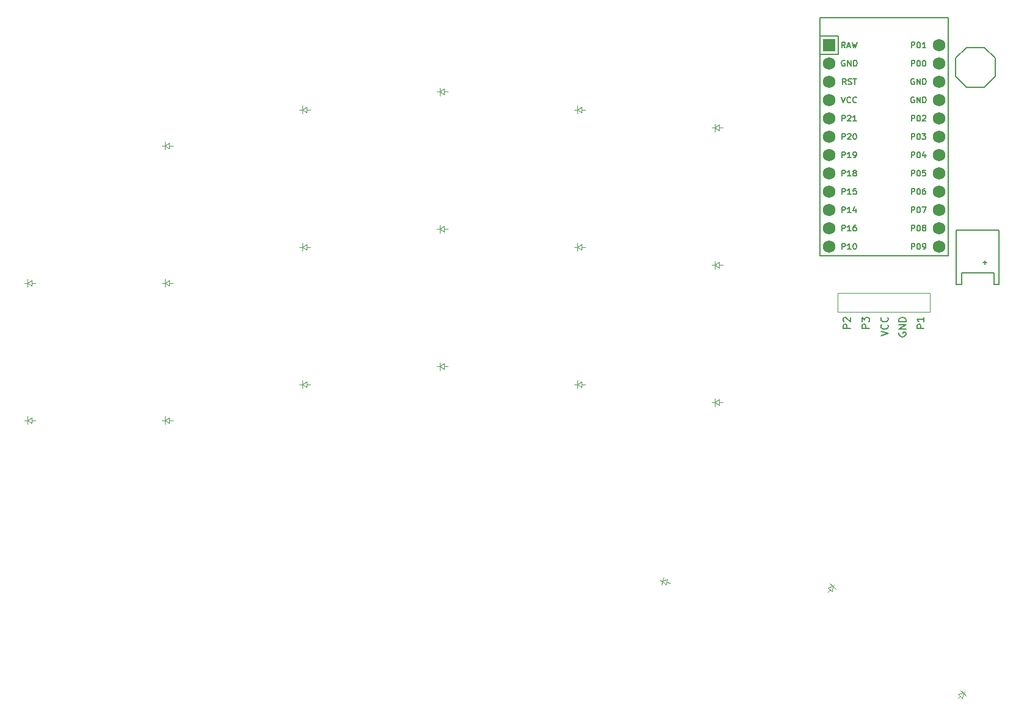
<source format=gbr>
%TF.GenerationSoftware,KiCad,Pcbnew,9.0.7*%
%TF.CreationDate,2026-02-06T22:36:50+02:00*%
%TF.ProjectId,juubo_left_finished,6a757562-6f5f-46c6-9566-745f66696e69,v1.0.0*%
%TF.SameCoordinates,Original*%
%TF.FileFunction,Legend,Top*%
%TF.FilePolarity,Positive*%
%FSLAX46Y46*%
G04 Gerber Fmt 4.6, Leading zero omitted, Abs format (unit mm)*
G04 Created by KiCad (PCBNEW 9.0.7) date 2026-02-06 22:36:50*
%MOMM*%
%LPD*%
G01*
G04 APERTURE LIST*
%ADD10C,0.150000*%
%ADD11C,0.100000*%
%ADD12C,0.120000*%
%ADD13R,1.752600X1.752600*%
%ADD14C,1.752600*%
G04 APERTURE END LIST*
D10*
X222128571Y-68557295D02*
X222128571Y-67757295D01*
X222128571Y-67757295D02*
X222433333Y-67757295D01*
X222433333Y-67757295D02*
X222509523Y-67795390D01*
X222509523Y-67795390D02*
X222547618Y-67833485D01*
X222547618Y-67833485D02*
X222585714Y-67909676D01*
X222585714Y-67909676D02*
X222585714Y-68023961D01*
X222585714Y-68023961D02*
X222547618Y-68100152D01*
X222547618Y-68100152D02*
X222509523Y-68138247D01*
X222509523Y-68138247D02*
X222433333Y-68176342D01*
X222433333Y-68176342D02*
X222128571Y-68176342D01*
X223080952Y-67757295D02*
X223157142Y-67757295D01*
X223157142Y-67757295D02*
X223233333Y-67795390D01*
X223233333Y-67795390D02*
X223271428Y-67833485D01*
X223271428Y-67833485D02*
X223309523Y-67909676D01*
X223309523Y-67909676D02*
X223347618Y-68062057D01*
X223347618Y-68062057D02*
X223347618Y-68252533D01*
X223347618Y-68252533D02*
X223309523Y-68404914D01*
X223309523Y-68404914D02*
X223271428Y-68481104D01*
X223271428Y-68481104D02*
X223233333Y-68519200D01*
X223233333Y-68519200D02*
X223157142Y-68557295D01*
X223157142Y-68557295D02*
X223080952Y-68557295D01*
X223080952Y-68557295D02*
X223004761Y-68519200D01*
X223004761Y-68519200D02*
X222966666Y-68481104D01*
X222966666Y-68481104D02*
X222928571Y-68404914D01*
X222928571Y-68404914D02*
X222890475Y-68252533D01*
X222890475Y-68252533D02*
X222890475Y-68062057D01*
X222890475Y-68062057D02*
X222928571Y-67909676D01*
X222928571Y-67909676D02*
X222966666Y-67833485D01*
X222966666Y-67833485D02*
X223004761Y-67795390D01*
X223004761Y-67795390D02*
X223080952Y-67757295D01*
X224033333Y-68023961D02*
X224033333Y-68557295D01*
X223842857Y-67719200D02*
X223652380Y-68290628D01*
X223652380Y-68290628D02*
X224147619Y-68290628D01*
X222128571Y-76177295D02*
X222128571Y-75377295D01*
X222128571Y-75377295D02*
X222433333Y-75377295D01*
X222433333Y-75377295D02*
X222509523Y-75415390D01*
X222509523Y-75415390D02*
X222547618Y-75453485D01*
X222547618Y-75453485D02*
X222585714Y-75529676D01*
X222585714Y-75529676D02*
X222585714Y-75643961D01*
X222585714Y-75643961D02*
X222547618Y-75720152D01*
X222547618Y-75720152D02*
X222509523Y-75758247D01*
X222509523Y-75758247D02*
X222433333Y-75796342D01*
X222433333Y-75796342D02*
X222128571Y-75796342D01*
X223080952Y-75377295D02*
X223157142Y-75377295D01*
X223157142Y-75377295D02*
X223233333Y-75415390D01*
X223233333Y-75415390D02*
X223271428Y-75453485D01*
X223271428Y-75453485D02*
X223309523Y-75529676D01*
X223309523Y-75529676D02*
X223347618Y-75682057D01*
X223347618Y-75682057D02*
X223347618Y-75872533D01*
X223347618Y-75872533D02*
X223309523Y-76024914D01*
X223309523Y-76024914D02*
X223271428Y-76101104D01*
X223271428Y-76101104D02*
X223233333Y-76139200D01*
X223233333Y-76139200D02*
X223157142Y-76177295D01*
X223157142Y-76177295D02*
X223080952Y-76177295D01*
X223080952Y-76177295D02*
X223004761Y-76139200D01*
X223004761Y-76139200D02*
X222966666Y-76101104D01*
X222966666Y-76101104D02*
X222928571Y-76024914D01*
X222928571Y-76024914D02*
X222890475Y-75872533D01*
X222890475Y-75872533D02*
X222890475Y-75682057D01*
X222890475Y-75682057D02*
X222928571Y-75529676D01*
X222928571Y-75529676D02*
X222966666Y-75453485D01*
X222966666Y-75453485D02*
X223004761Y-75415390D01*
X223004761Y-75415390D02*
X223080952Y-75377295D01*
X223614285Y-75377295D02*
X224147619Y-75377295D01*
X224147619Y-75377295D02*
X223804761Y-76177295D01*
X222128571Y-55857295D02*
X222128571Y-55057295D01*
X222128571Y-55057295D02*
X222433333Y-55057295D01*
X222433333Y-55057295D02*
X222509523Y-55095390D01*
X222509523Y-55095390D02*
X222547618Y-55133485D01*
X222547618Y-55133485D02*
X222585714Y-55209676D01*
X222585714Y-55209676D02*
X222585714Y-55323961D01*
X222585714Y-55323961D02*
X222547618Y-55400152D01*
X222547618Y-55400152D02*
X222509523Y-55438247D01*
X222509523Y-55438247D02*
X222433333Y-55476342D01*
X222433333Y-55476342D02*
X222128571Y-55476342D01*
X223080952Y-55057295D02*
X223157142Y-55057295D01*
X223157142Y-55057295D02*
X223233333Y-55095390D01*
X223233333Y-55095390D02*
X223271428Y-55133485D01*
X223271428Y-55133485D02*
X223309523Y-55209676D01*
X223309523Y-55209676D02*
X223347618Y-55362057D01*
X223347618Y-55362057D02*
X223347618Y-55552533D01*
X223347618Y-55552533D02*
X223309523Y-55704914D01*
X223309523Y-55704914D02*
X223271428Y-55781104D01*
X223271428Y-55781104D02*
X223233333Y-55819200D01*
X223233333Y-55819200D02*
X223157142Y-55857295D01*
X223157142Y-55857295D02*
X223080952Y-55857295D01*
X223080952Y-55857295D02*
X223004761Y-55819200D01*
X223004761Y-55819200D02*
X222966666Y-55781104D01*
X222966666Y-55781104D02*
X222928571Y-55704914D01*
X222928571Y-55704914D02*
X222890475Y-55552533D01*
X222890475Y-55552533D02*
X222890475Y-55362057D01*
X222890475Y-55362057D02*
X222928571Y-55209676D01*
X222928571Y-55209676D02*
X222966666Y-55133485D01*
X222966666Y-55133485D02*
X223004761Y-55095390D01*
X223004761Y-55095390D02*
X223080952Y-55057295D01*
X223842857Y-55057295D02*
X223919047Y-55057295D01*
X223919047Y-55057295D02*
X223995238Y-55095390D01*
X223995238Y-55095390D02*
X224033333Y-55133485D01*
X224033333Y-55133485D02*
X224071428Y-55209676D01*
X224071428Y-55209676D02*
X224109523Y-55362057D01*
X224109523Y-55362057D02*
X224109523Y-55552533D01*
X224109523Y-55552533D02*
X224071428Y-55704914D01*
X224071428Y-55704914D02*
X224033333Y-55781104D01*
X224033333Y-55781104D02*
X223995238Y-55819200D01*
X223995238Y-55819200D02*
X223919047Y-55857295D01*
X223919047Y-55857295D02*
X223842857Y-55857295D01*
X223842857Y-55857295D02*
X223766666Y-55819200D01*
X223766666Y-55819200D02*
X223728571Y-55781104D01*
X223728571Y-55781104D02*
X223690476Y-55704914D01*
X223690476Y-55704914D02*
X223652380Y-55552533D01*
X223652380Y-55552533D02*
X223652380Y-55362057D01*
X223652380Y-55362057D02*
X223690476Y-55209676D01*
X223690476Y-55209676D02*
X223728571Y-55133485D01*
X223728571Y-55133485D02*
X223766666Y-55095390D01*
X223766666Y-55095390D02*
X223842857Y-55057295D01*
X222128571Y-81257295D02*
X222128571Y-80457295D01*
X222128571Y-80457295D02*
X222433333Y-80457295D01*
X222433333Y-80457295D02*
X222509523Y-80495390D01*
X222509523Y-80495390D02*
X222547618Y-80533485D01*
X222547618Y-80533485D02*
X222585714Y-80609676D01*
X222585714Y-80609676D02*
X222585714Y-80723961D01*
X222585714Y-80723961D02*
X222547618Y-80800152D01*
X222547618Y-80800152D02*
X222509523Y-80838247D01*
X222509523Y-80838247D02*
X222433333Y-80876342D01*
X222433333Y-80876342D02*
X222128571Y-80876342D01*
X223080952Y-80457295D02*
X223157142Y-80457295D01*
X223157142Y-80457295D02*
X223233333Y-80495390D01*
X223233333Y-80495390D02*
X223271428Y-80533485D01*
X223271428Y-80533485D02*
X223309523Y-80609676D01*
X223309523Y-80609676D02*
X223347618Y-80762057D01*
X223347618Y-80762057D02*
X223347618Y-80952533D01*
X223347618Y-80952533D02*
X223309523Y-81104914D01*
X223309523Y-81104914D02*
X223271428Y-81181104D01*
X223271428Y-81181104D02*
X223233333Y-81219200D01*
X223233333Y-81219200D02*
X223157142Y-81257295D01*
X223157142Y-81257295D02*
X223080952Y-81257295D01*
X223080952Y-81257295D02*
X223004761Y-81219200D01*
X223004761Y-81219200D02*
X222966666Y-81181104D01*
X222966666Y-81181104D02*
X222928571Y-81104914D01*
X222928571Y-81104914D02*
X222890475Y-80952533D01*
X222890475Y-80952533D02*
X222890475Y-80762057D01*
X222890475Y-80762057D02*
X222928571Y-80609676D01*
X222928571Y-80609676D02*
X222966666Y-80533485D01*
X222966666Y-80533485D02*
X223004761Y-80495390D01*
X223004761Y-80495390D02*
X223080952Y-80457295D01*
X223728571Y-81257295D02*
X223880952Y-81257295D01*
X223880952Y-81257295D02*
X223957142Y-81219200D01*
X223957142Y-81219200D02*
X223995238Y-81181104D01*
X223995238Y-81181104D02*
X224071428Y-81066819D01*
X224071428Y-81066819D02*
X224109523Y-80914438D01*
X224109523Y-80914438D02*
X224109523Y-80609676D01*
X224109523Y-80609676D02*
X224071428Y-80533485D01*
X224071428Y-80533485D02*
X224033333Y-80495390D01*
X224033333Y-80495390D02*
X223957142Y-80457295D01*
X223957142Y-80457295D02*
X223804761Y-80457295D01*
X223804761Y-80457295D02*
X223728571Y-80495390D01*
X223728571Y-80495390D02*
X223690476Y-80533485D01*
X223690476Y-80533485D02*
X223652380Y-80609676D01*
X223652380Y-80609676D02*
X223652380Y-80800152D01*
X223652380Y-80800152D02*
X223690476Y-80876342D01*
X223690476Y-80876342D02*
X223728571Y-80914438D01*
X223728571Y-80914438D02*
X223804761Y-80952533D01*
X223804761Y-80952533D02*
X223957142Y-80952533D01*
X223957142Y-80952533D02*
X224033333Y-80914438D01*
X224033333Y-80914438D02*
X224071428Y-80876342D01*
X224071428Y-80876342D02*
X224109523Y-80800152D01*
X212528571Y-71097295D02*
X212528571Y-70297295D01*
X212528571Y-70297295D02*
X212833333Y-70297295D01*
X212833333Y-70297295D02*
X212909523Y-70335390D01*
X212909523Y-70335390D02*
X212947618Y-70373485D01*
X212947618Y-70373485D02*
X212985714Y-70449676D01*
X212985714Y-70449676D02*
X212985714Y-70563961D01*
X212985714Y-70563961D02*
X212947618Y-70640152D01*
X212947618Y-70640152D02*
X212909523Y-70678247D01*
X212909523Y-70678247D02*
X212833333Y-70716342D01*
X212833333Y-70716342D02*
X212528571Y-70716342D01*
X213747618Y-71097295D02*
X213290475Y-71097295D01*
X213519047Y-71097295D02*
X213519047Y-70297295D01*
X213519047Y-70297295D02*
X213442856Y-70411580D01*
X213442856Y-70411580D02*
X213366666Y-70487771D01*
X213366666Y-70487771D02*
X213290475Y-70525866D01*
X214204761Y-70640152D02*
X214128571Y-70602057D01*
X214128571Y-70602057D02*
X214090476Y-70563961D01*
X214090476Y-70563961D02*
X214052380Y-70487771D01*
X214052380Y-70487771D02*
X214052380Y-70449676D01*
X214052380Y-70449676D02*
X214090476Y-70373485D01*
X214090476Y-70373485D02*
X214128571Y-70335390D01*
X214128571Y-70335390D02*
X214204761Y-70297295D01*
X214204761Y-70297295D02*
X214357142Y-70297295D01*
X214357142Y-70297295D02*
X214433333Y-70335390D01*
X214433333Y-70335390D02*
X214471428Y-70373485D01*
X214471428Y-70373485D02*
X214509523Y-70449676D01*
X214509523Y-70449676D02*
X214509523Y-70487771D01*
X214509523Y-70487771D02*
X214471428Y-70563961D01*
X214471428Y-70563961D02*
X214433333Y-70602057D01*
X214433333Y-70602057D02*
X214357142Y-70640152D01*
X214357142Y-70640152D02*
X214204761Y-70640152D01*
X214204761Y-70640152D02*
X214128571Y-70678247D01*
X214128571Y-70678247D02*
X214090476Y-70716342D01*
X214090476Y-70716342D02*
X214052380Y-70792533D01*
X214052380Y-70792533D02*
X214052380Y-70944914D01*
X214052380Y-70944914D02*
X214090476Y-71021104D01*
X214090476Y-71021104D02*
X214128571Y-71059200D01*
X214128571Y-71059200D02*
X214204761Y-71097295D01*
X214204761Y-71097295D02*
X214357142Y-71097295D01*
X214357142Y-71097295D02*
X214433333Y-71059200D01*
X214433333Y-71059200D02*
X214471428Y-71021104D01*
X214471428Y-71021104D02*
X214509523Y-70944914D01*
X214509523Y-70944914D02*
X214509523Y-70792533D01*
X214509523Y-70792533D02*
X214471428Y-70716342D01*
X214471428Y-70716342D02*
X214433333Y-70678247D01*
X214433333Y-70678247D02*
X214357142Y-70640152D01*
X222128571Y-73637295D02*
X222128571Y-72837295D01*
X222128571Y-72837295D02*
X222433333Y-72837295D01*
X222433333Y-72837295D02*
X222509523Y-72875390D01*
X222509523Y-72875390D02*
X222547618Y-72913485D01*
X222547618Y-72913485D02*
X222585714Y-72989676D01*
X222585714Y-72989676D02*
X222585714Y-73103961D01*
X222585714Y-73103961D02*
X222547618Y-73180152D01*
X222547618Y-73180152D02*
X222509523Y-73218247D01*
X222509523Y-73218247D02*
X222433333Y-73256342D01*
X222433333Y-73256342D02*
X222128571Y-73256342D01*
X223080952Y-72837295D02*
X223157142Y-72837295D01*
X223157142Y-72837295D02*
X223233333Y-72875390D01*
X223233333Y-72875390D02*
X223271428Y-72913485D01*
X223271428Y-72913485D02*
X223309523Y-72989676D01*
X223309523Y-72989676D02*
X223347618Y-73142057D01*
X223347618Y-73142057D02*
X223347618Y-73332533D01*
X223347618Y-73332533D02*
X223309523Y-73484914D01*
X223309523Y-73484914D02*
X223271428Y-73561104D01*
X223271428Y-73561104D02*
X223233333Y-73599200D01*
X223233333Y-73599200D02*
X223157142Y-73637295D01*
X223157142Y-73637295D02*
X223080952Y-73637295D01*
X223080952Y-73637295D02*
X223004761Y-73599200D01*
X223004761Y-73599200D02*
X222966666Y-73561104D01*
X222966666Y-73561104D02*
X222928571Y-73484914D01*
X222928571Y-73484914D02*
X222890475Y-73332533D01*
X222890475Y-73332533D02*
X222890475Y-73142057D01*
X222890475Y-73142057D02*
X222928571Y-72989676D01*
X222928571Y-72989676D02*
X222966666Y-72913485D01*
X222966666Y-72913485D02*
X223004761Y-72875390D01*
X223004761Y-72875390D02*
X223080952Y-72837295D01*
X224033333Y-72837295D02*
X223880952Y-72837295D01*
X223880952Y-72837295D02*
X223804761Y-72875390D01*
X223804761Y-72875390D02*
X223766666Y-72913485D01*
X223766666Y-72913485D02*
X223690476Y-73027771D01*
X223690476Y-73027771D02*
X223652380Y-73180152D01*
X223652380Y-73180152D02*
X223652380Y-73484914D01*
X223652380Y-73484914D02*
X223690476Y-73561104D01*
X223690476Y-73561104D02*
X223728571Y-73599200D01*
X223728571Y-73599200D02*
X223804761Y-73637295D01*
X223804761Y-73637295D02*
X223957142Y-73637295D01*
X223957142Y-73637295D02*
X224033333Y-73599200D01*
X224033333Y-73599200D02*
X224071428Y-73561104D01*
X224071428Y-73561104D02*
X224109523Y-73484914D01*
X224109523Y-73484914D02*
X224109523Y-73294438D01*
X224109523Y-73294438D02*
X224071428Y-73218247D01*
X224071428Y-73218247D02*
X224033333Y-73180152D01*
X224033333Y-73180152D02*
X223957142Y-73142057D01*
X223957142Y-73142057D02*
X223804761Y-73142057D01*
X223804761Y-73142057D02*
X223728571Y-73180152D01*
X223728571Y-73180152D02*
X223690476Y-73218247D01*
X223690476Y-73218247D02*
X223652380Y-73294438D01*
X212528571Y-63477295D02*
X212528571Y-62677295D01*
X212528571Y-62677295D02*
X212833333Y-62677295D01*
X212833333Y-62677295D02*
X212909523Y-62715390D01*
X212909523Y-62715390D02*
X212947618Y-62753485D01*
X212947618Y-62753485D02*
X212985714Y-62829676D01*
X212985714Y-62829676D02*
X212985714Y-62943961D01*
X212985714Y-62943961D02*
X212947618Y-63020152D01*
X212947618Y-63020152D02*
X212909523Y-63058247D01*
X212909523Y-63058247D02*
X212833333Y-63096342D01*
X212833333Y-63096342D02*
X212528571Y-63096342D01*
X213290475Y-62753485D02*
X213328571Y-62715390D01*
X213328571Y-62715390D02*
X213404761Y-62677295D01*
X213404761Y-62677295D02*
X213595237Y-62677295D01*
X213595237Y-62677295D02*
X213671428Y-62715390D01*
X213671428Y-62715390D02*
X213709523Y-62753485D01*
X213709523Y-62753485D02*
X213747618Y-62829676D01*
X213747618Y-62829676D02*
X213747618Y-62905866D01*
X213747618Y-62905866D02*
X213709523Y-63020152D01*
X213709523Y-63020152D02*
X213252380Y-63477295D01*
X213252380Y-63477295D02*
X213747618Y-63477295D01*
X214509523Y-63477295D02*
X214052380Y-63477295D01*
X214280952Y-63477295D02*
X214280952Y-62677295D01*
X214280952Y-62677295D02*
X214204761Y-62791580D01*
X214204761Y-62791580D02*
X214128571Y-62867771D01*
X214128571Y-62867771D02*
X214052380Y-62905866D01*
X212528571Y-76177295D02*
X212528571Y-75377295D01*
X212528571Y-75377295D02*
X212833333Y-75377295D01*
X212833333Y-75377295D02*
X212909523Y-75415390D01*
X212909523Y-75415390D02*
X212947618Y-75453485D01*
X212947618Y-75453485D02*
X212985714Y-75529676D01*
X212985714Y-75529676D02*
X212985714Y-75643961D01*
X212985714Y-75643961D02*
X212947618Y-75720152D01*
X212947618Y-75720152D02*
X212909523Y-75758247D01*
X212909523Y-75758247D02*
X212833333Y-75796342D01*
X212833333Y-75796342D02*
X212528571Y-75796342D01*
X213747618Y-76177295D02*
X213290475Y-76177295D01*
X213519047Y-76177295D02*
X213519047Y-75377295D01*
X213519047Y-75377295D02*
X213442856Y-75491580D01*
X213442856Y-75491580D02*
X213366666Y-75567771D01*
X213366666Y-75567771D02*
X213290475Y-75605866D01*
X214433333Y-75643961D02*
X214433333Y-76177295D01*
X214242857Y-75339200D02*
X214052380Y-75910628D01*
X214052380Y-75910628D02*
X214547619Y-75910628D01*
X212528571Y-68557295D02*
X212528571Y-67757295D01*
X212528571Y-67757295D02*
X212833333Y-67757295D01*
X212833333Y-67757295D02*
X212909523Y-67795390D01*
X212909523Y-67795390D02*
X212947618Y-67833485D01*
X212947618Y-67833485D02*
X212985714Y-67909676D01*
X212985714Y-67909676D02*
X212985714Y-68023961D01*
X212985714Y-68023961D02*
X212947618Y-68100152D01*
X212947618Y-68100152D02*
X212909523Y-68138247D01*
X212909523Y-68138247D02*
X212833333Y-68176342D01*
X212833333Y-68176342D02*
X212528571Y-68176342D01*
X213747618Y-68557295D02*
X213290475Y-68557295D01*
X213519047Y-68557295D02*
X213519047Y-67757295D01*
X213519047Y-67757295D02*
X213442856Y-67871580D01*
X213442856Y-67871580D02*
X213366666Y-67947771D01*
X213366666Y-67947771D02*
X213290475Y-67985866D01*
X214128571Y-68557295D02*
X214280952Y-68557295D01*
X214280952Y-68557295D02*
X214357142Y-68519200D01*
X214357142Y-68519200D02*
X214395238Y-68481104D01*
X214395238Y-68481104D02*
X214471428Y-68366819D01*
X214471428Y-68366819D02*
X214509523Y-68214438D01*
X214509523Y-68214438D02*
X214509523Y-67909676D01*
X214509523Y-67909676D02*
X214471428Y-67833485D01*
X214471428Y-67833485D02*
X214433333Y-67795390D01*
X214433333Y-67795390D02*
X214357142Y-67757295D01*
X214357142Y-67757295D02*
X214204761Y-67757295D01*
X214204761Y-67757295D02*
X214128571Y-67795390D01*
X214128571Y-67795390D02*
X214090476Y-67833485D01*
X214090476Y-67833485D02*
X214052380Y-67909676D01*
X214052380Y-67909676D02*
X214052380Y-68100152D01*
X214052380Y-68100152D02*
X214090476Y-68176342D01*
X214090476Y-68176342D02*
X214128571Y-68214438D01*
X214128571Y-68214438D02*
X214204761Y-68252533D01*
X214204761Y-68252533D02*
X214357142Y-68252533D01*
X214357142Y-68252533D02*
X214433333Y-68214438D01*
X214433333Y-68214438D02*
X214471428Y-68176342D01*
X214471428Y-68176342D02*
X214509523Y-68100152D01*
X222128571Y-53317295D02*
X222128571Y-52517295D01*
X222128571Y-52517295D02*
X222433333Y-52517295D01*
X222433333Y-52517295D02*
X222509523Y-52555390D01*
X222509523Y-52555390D02*
X222547618Y-52593485D01*
X222547618Y-52593485D02*
X222585714Y-52669676D01*
X222585714Y-52669676D02*
X222585714Y-52783961D01*
X222585714Y-52783961D02*
X222547618Y-52860152D01*
X222547618Y-52860152D02*
X222509523Y-52898247D01*
X222509523Y-52898247D02*
X222433333Y-52936342D01*
X222433333Y-52936342D02*
X222128571Y-52936342D01*
X223080952Y-52517295D02*
X223157142Y-52517295D01*
X223157142Y-52517295D02*
X223233333Y-52555390D01*
X223233333Y-52555390D02*
X223271428Y-52593485D01*
X223271428Y-52593485D02*
X223309523Y-52669676D01*
X223309523Y-52669676D02*
X223347618Y-52822057D01*
X223347618Y-52822057D02*
X223347618Y-53012533D01*
X223347618Y-53012533D02*
X223309523Y-53164914D01*
X223309523Y-53164914D02*
X223271428Y-53241104D01*
X223271428Y-53241104D02*
X223233333Y-53279200D01*
X223233333Y-53279200D02*
X223157142Y-53317295D01*
X223157142Y-53317295D02*
X223080952Y-53317295D01*
X223080952Y-53317295D02*
X223004761Y-53279200D01*
X223004761Y-53279200D02*
X222966666Y-53241104D01*
X222966666Y-53241104D02*
X222928571Y-53164914D01*
X222928571Y-53164914D02*
X222890475Y-53012533D01*
X222890475Y-53012533D02*
X222890475Y-52822057D01*
X222890475Y-52822057D02*
X222928571Y-52669676D01*
X222928571Y-52669676D02*
X222966666Y-52593485D01*
X222966666Y-52593485D02*
X223004761Y-52555390D01*
X223004761Y-52555390D02*
X223080952Y-52517295D01*
X224109523Y-53317295D02*
X223652380Y-53317295D01*
X223880952Y-53317295D02*
X223880952Y-52517295D01*
X223880952Y-52517295D02*
X223804761Y-52631580D01*
X223804761Y-52631580D02*
X223728571Y-52707771D01*
X223728571Y-52707771D02*
X223652380Y-52745866D01*
X222128571Y-66017295D02*
X222128571Y-65217295D01*
X222128571Y-65217295D02*
X222433333Y-65217295D01*
X222433333Y-65217295D02*
X222509523Y-65255390D01*
X222509523Y-65255390D02*
X222547618Y-65293485D01*
X222547618Y-65293485D02*
X222585714Y-65369676D01*
X222585714Y-65369676D02*
X222585714Y-65483961D01*
X222585714Y-65483961D02*
X222547618Y-65560152D01*
X222547618Y-65560152D02*
X222509523Y-65598247D01*
X222509523Y-65598247D02*
X222433333Y-65636342D01*
X222433333Y-65636342D02*
X222128571Y-65636342D01*
X223080952Y-65217295D02*
X223157142Y-65217295D01*
X223157142Y-65217295D02*
X223233333Y-65255390D01*
X223233333Y-65255390D02*
X223271428Y-65293485D01*
X223271428Y-65293485D02*
X223309523Y-65369676D01*
X223309523Y-65369676D02*
X223347618Y-65522057D01*
X223347618Y-65522057D02*
X223347618Y-65712533D01*
X223347618Y-65712533D02*
X223309523Y-65864914D01*
X223309523Y-65864914D02*
X223271428Y-65941104D01*
X223271428Y-65941104D02*
X223233333Y-65979200D01*
X223233333Y-65979200D02*
X223157142Y-66017295D01*
X223157142Y-66017295D02*
X223080952Y-66017295D01*
X223080952Y-66017295D02*
X223004761Y-65979200D01*
X223004761Y-65979200D02*
X222966666Y-65941104D01*
X222966666Y-65941104D02*
X222928571Y-65864914D01*
X222928571Y-65864914D02*
X222890475Y-65712533D01*
X222890475Y-65712533D02*
X222890475Y-65522057D01*
X222890475Y-65522057D02*
X222928571Y-65369676D01*
X222928571Y-65369676D02*
X222966666Y-65293485D01*
X222966666Y-65293485D02*
X223004761Y-65255390D01*
X223004761Y-65255390D02*
X223080952Y-65217295D01*
X223614285Y-65217295D02*
X224109523Y-65217295D01*
X224109523Y-65217295D02*
X223842857Y-65522057D01*
X223842857Y-65522057D02*
X223957142Y-65522057D01*
X223957142Y-65522057D02*
X224033333Y-65560152D01*
X224033333Y-65560152D02*
X224071428Y-65598247D01*
X224071428Y-65598247D02*
X224109523Y-65674438D01*
X224109523Y-65674438D02*
X224109523Y-65864914D01*
X224109523Y-65864914D02*
X224071428Y-65941104D01*
X224071428Y-65941104D02*
X224033333Y-65979200D01*
X224033333Y-65979200D02*
X223957142Y-66017295D01*
X223957142Y-66017295D02*
X223728571Y-66017295D01*
X223728571Y-66017295D02*
X223652380Y-65979200D01*
X223652380Y-65979200D02*
X223614285Y-65941104D01*
X222490476Y-57635390D02*
X222414286Y-57597295D01*
X222414286Y-57597295D02*
X222300000Y-57597295D01*
X222300000Y-57597295D02*
X222185714Y-57635390D01*
X222185714Y-57635390D02*
X222109524Y-57711580D01*
X222109524Y-57711580D02*
X222071429Y-57787771D01*
X222071429Y-57787771D02*
X222033333Y-57940152D01*
X222033333Y-57940152D02*
X222033333Y-58054438D01*
X222033333Y-58054438D02*
X222071429Y-58206819D01*
X222071429Y-58206819D02*
X222109524Y-58283009D01*
X222109524Y-58283009D02*
X222185714Y-58359200D01*
X222185714Y-58359200D02*
X222300000Y-58397295D01*
X222300000Y-58397295D02*
X222376191Y-58397295D01*
X222376191Y-58397295D02*
X222490476Y-58359200D01*
X222490476Y-58359200D02*
X222528572Y-58321104D01*
X222528572Y-58321104D02*
X222528572Y-58054438D01*
X222528572Y-58054438D02*
X222376191Y-58054438D01*
X222871429Y-58397295D02*
X222871429Y-57597295D01*
X222871429Y-57597295D02*
X223328572Y-58397295D01*
X223328572Y-58397295D02*
X223328572Y-57597295D01*
X223709524Y-58397295D02*
X223709524Y-57597295D01*
X223709524Y-57597295D02*
X223900000Y-57597295D01*
X223900000Y-57597295D02*
X224014286Y-57635390D01*
X224014286Y-57635390D02*
X224090476Y-57711580D01*
X224090476Y-57711580D02*
X224128571Y-57787771D01*
X224128571Y-57787771D02*
X224166667Y-57940152D01*
X224166667Y-57940152D02*
X224166667Y-58054438D01*
X224166667Y-58054438D02*
X224128571Y-58206819D01*
X224128571Y-58206819D02*
X224090476Y-58283009D01*
X224090476Y-58283009D02*
X224014286Y-58359200D01*
X224014286Y-58359200D02*
X223900000Y-58397295D01*
X223900000Y-58397295D02*
X223709524Y-58397295D01*
X222128571Y-78717295D02*
X222128571Y-77917295D01*
X222128571Y-77917295D02*
X222433333Y-77917295D01*
X222433333Y-77917295D02*
X222509523Y-77955390D01*
X222509523Y-77955390D02*
X222547618Y-77993485D01*
X222547618Y-77993485D02*
X222585714Y-78069676D01*
X222585714Y-78069676D02*
X222585714Y-78183961D01*
X222585714Y-78183961D02*
X222547618Y-78260152D01*
X222547618Y-78260152D02*
X222509523Y-78298247D01*
X222509523Y-78298247D02*
X222433333Y-78336342D01*
X222433333Y-78336342D02*
X222128571Y-78336342D01*
X223080952Y-77917295D02*
X223157142Y-77917295D01*
X223157142Y-77917295D02*
X223233333Y-77955390D01*
X223233333Y-77955390D02*
X223271428Y-77993485D01*
X223271428Y-77993485D02*
X223309523Y-78069676D01*
X223309523Y-78069676D02*
X223347618Y-78222057D01*
X223347618Y-78222057D02*
X223347618Y-78412533D01*
X223347618Y-78412533D02*
X223309523Y-78564914D01*
X223309523Y-78564914D02*
X223271428Y-78641104D01*
X223271428Y-78641104D02*
X223233333Y-78679200D01*
X223233333Y-78679200D02*
X223157142Y-78717295D01*
X223157142Y-78717295D02*
X223080952Y-78717295D01*
X223080952Y-78717295D02*
X223004761Y-78679200D01*
X223004761Y-78679200D02*
X222966666Y-78641104D01*
X222966666Y-78641104D02*
X222928571Y-78564914D01*
X222928571Y-78564914D02*
X222890475Y-78412533D01*
X222890475Y-78412533D02*
X222890475Y-78222057D01*
X222890475Y-78222057D02*
X222928571Y-78069676D01*
X222928571Y-78069676D02*
X222966666Y-77993485D01*
X222966666Y-77993485D02*
X223004761Y-77955390D01*
X223004761Y-77955390D02*
X223080952Y-77917295D01*
X223804761Y-78260152D02*
X223728571Y-78222057D01*
X223728571Y-78222057D02*
X223690476Y-78183961D01*
X223690476Y-78183961D02*
X223652380Y-78107771D01*
X223652380Y-78107771D02*
X223652380Y-78069676D01*
X223652380Y-78069676D02*
X223690476Y-77993485D01*
X223690476Y-77993485D02*
X223728571Y-77955390D01*
X223728571Y-77955390D02*
X223804761Y-77917295D01*
X223804761Y-77917295D02*
X223957142Y-77917295D01*
X223957142Y-77917295D02*
X224033333Y-77955390D01*
X224033333Y-77955390D02*
X224071428Y-77993485D01*
X224071428Y-77993485D02*
X224109523Y-78069676D01*
X224109523Y-78069676D02*
X224109523Y-78107771D01*
X224109523Y-78107771D02*
X224071428Y-78183961D01*
X224071428Y-78183961D02*
X224033333Y-78222057D01*
X224033333Y-78222057D02*
X223957142Y-78260152D01*
X223957142Y-78260152D02*
X223804761Y-78260152D01*
X223804761Y-78260152D02*
X223728571Y-78298247D01*
X223728571Y-78298247D02*
X223690476Y-78336342D01*
X223690476Y-78336342D02*
X223652380Y-78412533D01*
X223652380Y-78412533D02*
X223652380Y-78564914D01*
X223652380Y-78564914D02*
X223690476Y-78641104D01*
X223690476Y-78641104D02*
X223728571Y-78679200D01*
X223728571Y-78679200D02*
X223804761Y-78717295D01*
X223804761Y-78717295D02*
X223957142Y-78717295D01*
X223957142Y-78717295D02*
X224033333Y-78679200D01*
X224033333Y-78679200D02*
X224071428Y-78641104D01*
X224071428Y-78641104D02*
X224109523Y-78564914D01*
X224109523Y-78564914D02*
X224109523Y-78412533D01*
X224109523Y-78412533D02*
X224071428Y-78336342D01*
X224071428Y-78336342D02*
X224033333Y-78298247D01*
X224033333Y-78298247D02*
X223957142Y-78260152D01*
X212528571Y-78717295D02*
X212528571Y-77917295D01*
X212528571Y-77917295D02*
X212833333Y-77917295D01*
X212833333Y-77917295D02*
X212909523Y-77955390D01*
X212909523Y-77955390D02*
X212947618Y-77993485D01*
X212947618Y-77993485D02*
X212985714Y-78069676D01*
X212985714Y-78069676D02*
X212985714Y-78183961D01*
X212985714Y-78183961D02*
X212947618Y-78260152D01*
X212947618Y-78260152D02*
X212909523Y-78298247D01*
X212909523Y-78298247D02*
X212833333Y-78336342D01*
X212833333Y-78336342D02*
X212528571Y-78336342D01*
X213747618Y-78717295D02*
X213290475Y-78717295D01*
X213519047Y-78717295D02*
X213519047Y-77917295D01*
X213519047Y-77917295D02*
X213442856Y-78031580D01*
X213442856Y-78031580D02*
X213366666Y-78107771D01*
X213366666Y-78107771D02*
X213290475Y-78145866D01*
X214433333Y-77917295D02*
X214280952Y-77917295D01*
X214280952Y-77917295D02*
X214204761Y-77955390D01*
X214204761Y-77955390D02*
X214166666Y-77993485D01*
X214166666Y-77993485D02*
X214090476Y-78107771D01*
X214090476Y-78107771D02*
X214052380Y-78260152D01*
X214052380Y-78260152D02*
X214052380Y-78564914D01*
X214052380Y-78564914D02*
X214090476Y-78641104D01*
X214090476Y-78641104D02*
X214128571Y-78679200D01*
X214128571Y-78679200D02*
X214204761Y-78717295D01*
X214204761Y-78717295D02*
X214357142Y-78717295D01*
X214357142Y-78717295D02*
X214433333Y-78679200D01*
X214433333Y-78679200D02*
X214471428Y-78641104D01*
X214471428Y-78641104D02*
X214509523Y-78564914D01*
X214509523Y-78564914D02*
X214509523Y-78374438D01*
X214509523Y-78374438D02*
X214471428Y-78298247D01*
X214471428Y-78298247D02*
X214433333Y-78260152D01*
X214433333Y-78260152D02*
X214357142Y-78222057D01*
X214357142Y-78222057D02*
X214204761Y-78222057D01*
X214204761Y-78222057D02*
X214128571Y-78260152D01*
X214128571Y-78260152D02*
X214090476Y-78298247D01*
X214090476Y-78298247D02*
X214052380Y-78374438D01*
X212890476Y-55095390D02*
X212814286Y-55057295D01*
X212814286Y-55057295D02*
X212700000Y-55057295D01*
X212700000Y-55057295D02*
X212585714Y-55095390D01*
X212585714Y-55095390D02*
X212509524Y-55171580D01*
X212509524Y-55171580D02*
X212471429Y-55247771D01*
X212471429Y-55247771D02*
X212433333Y-55400152D01*
X212433333Y-55400152D02*
X212433333Y-55514438D01*
X212433333Y-55514438D02*
X212471429Y-55666819D01*
X212471429Y-55666819D02*
X212509524Y-55743009D01*
X212509524Y-55743009D02*
X212585714Y-55819200D01*
X212585714Y-55819200D02*
X212700000Y-55857295D01*
X212700000Y-55857295D02*
X212776191Y-55857295D01*
X212776191Y-55857295D02*
X212890476Y-55819200D01*
X212890476Y-55819200D02*
X212928572Y-55781104D01*
X212928572Y-55781104D02*
X212928572Y-55514438D01*
X212928572Y-55514438D02*
X212776191Y-55514438D01*
X213271429Y-55857295D02*
X213271429Y-55057295D01*
X213271429Y-55057295D02*
X213728572Y-55857295D01*
X213728572Y-55857295D02*
X213728572Y-55057295D01*
X214109524Y-55857295D02*
X214109524Y-55057295D01*
X214109524Y-55057295D02*
X214300000Y-55057295D01*
X214300000Y-55057295D02*
X214414286Y-55095390D01*
X214414286Y-55095390D02*
X214490476Y-55171580D01*
X214490476Y-55171580D02*
X214528571Y-55247771D01*
X214528571Y-55247771D02*
X214566667Y-55400152D01*
X214566667Y-55400152D02*
X214566667Y-55514438D01*
X214566667Y-55514438D02*
X214528571Y-55666819D01*
X214528571Y-55666819D02*
X214490476Y-55743009D01*
X214490476Y-55743009D02*
X214414286Y-55819200D01*
X214414286Y-55819200D02*
X214300000Y-55857295D01*
X214300000Y-55857295D02*
X214109524Y-55857295D01*
X222128571Y-71097295D02*
X222128571Y-70297295D01*
X222128571Y-70297295D02*
X222433333Y-70297295D01*
X222433333Y-70297295D02*
X222509523Y-70335390D01*
X222509523Y-70335390D02*
X222547618Y-70373485D01*
X222547618Y-70373485D02*
X222585714Y-70449676D01*
X222585714Y-70449676D02*
X222585714Y-70563961D01*
X222585714Y-70563961D02*
X222547618Y-70640152D01*
X222547618Y-70640152D02*
X222509523Y-70678247D01*
X222509523Y-70678247D02*
X222433333Y-70716342D01*
X222433333Y-70716342D02*
X222128571Y-70716342D01*
X223080952Y-70297295D02*
X223157142Y-70297295D01*
X223157142Y-70297295D02*
X223233333Y-70335390D01*
X223233333Y-70335390D02*
X223271428Y-70373485D01*
X223271428Y-70373485D02*
X223309523Y-70449676D01*
X223309523Y-70449676D02*
X223347618Y-70602057D01*
X223347618Y-70602057D02*
X223347618Y-70792533D01*
X223347618Y-70792533D02*
X223309523Y-70944914D01*
X223309523Y-70944914D02*
X223271428Y-71021104D01*
X223271428Y-71021104D02*
X223233333Y-71059200D01*
X223233333Y-71059200D02*
X223157142Y-71097295D01*
X223157142Y-71097295D02*
X223080952Y-71097295D01*
X223080952Y-71097295D02*
X223004761Y-71059200D01*
X223004761Y-71059200D02*
X222966666Y-71021104D01*
X222966666Y-71021104D02*
X222928571Y-70944914D01*
X222928571Y-70944914D02*
X222890475Y-70792533D01*
X222890475Y-70792533D02*
X222890475Y-70602057D01*
X222890475Y-70602057D02*
X222928571Y-70449676D01*
X222928571Y-70449676D02*
X222966666Y-70373485D01*
X222966666Y-70373485D02*
X223004761Y-70335390D01*
X223004761Y-70335390D02*
X223080952Y-70297295D01*
X224071428Y-70297295D02*
X223690476Y-70297295D01*
X223690476Y-70297295D02*
X223652380Y-70678247D01*
X223652380Y-70678247D02*
X223690476Y-70640152D01*
X223690476Y-70640152D02*
X223766666Y-70602057D01*
X223766666Y-70602057D02*
X223957142Y-70602057D01*
X223957142Y-70602057D02*
X224033333Y-70640152D01*
X224033333Y-70640152D02*
X224071428Y-70678247D01*
X224071428Y-70678247D02*
X224109523Y-70754438D01*
X224109523Y-70754438D02*
X224109523Y-70944914D01*
X224109523Y-70944914D02*
X224071428Y-71021104D01*
X224071428Y-71021104D02*
X224033333Y-71059200D01*
X224033333Y-71059200D02*
X223957142Y-71097295D01*
X223957142Y-71097295D02*
X223766666Y-71097295D01*
X223766666Y-71097295D02*
X223690476Y-71059200D01*
X223690476Y-71059200D02*
X223652380Y-71021104D01*
X212528571Y-66017295D02*
X212528571Y-65217295D01*
X212528571Y-65217295D02*
X212833333Y-65217295D01*
X212833333Y-65217295D02*
X212909523Y-65255390D01*
X212909523Y-65255390D02*
X212947618Y-65293485D01*
X212947618Y-65293485D02*
X212985714Y-65369676D01*
X212985714Y-65369676D02*
X212985714Y-65483961D01*
X212985714Y-65483961D02*
X212947618Y-65560152D01*
X212947618Y-65560152D02*
X212909523Y-65598247D01*
X212909523Y-65598247D02*
X212833333Y-65636342D01*
X212833333Y-65636342D02*
X212528571Y-65636342D01*
X213290475Y-65293485D02*
X213328571Y-65255390D01*
X213328571Y-65255390D02*
X213404761Y-65217295D01*
X213404761Y-65217295D02*
X213595237Y-65217295D01*
X213595237Y-65217295D02*
X213671428Y-65255390D01*
X213671428Y-65255390D02*
X213709523Y-65293485D01*
X213709523Y-65293485D02*
X213747618Y-65369676D01*
X213747618Y-65369676D02*
X213747618Y-65445866D01*
X213747618Y-65445866D02*
X213709523Y-65560152D01*
X213709523Y-65560152D02*
X213252380Y-66017295D01*
X213252380Y-66017295D02*
X213747618Y-66017295D01*
X214242857Y-65217295D02*
X214319047Y-65217295D01*
X214319047Y-65217295D02*
X214395238Y-65255390D01*
X214395238Y-65255390D02*
X214433333Y-65293485D01*
X214433333Y-65293485D02*
X214471428Y-65369676D01*
X214471428Y-65369676D02*
X214509523Y-65522057D01*
X214509523Y-65522057D02*
X214509523Y-65712533D01*
X214509523Y-65712533D02*
X214471428Y-65864914D01*
X214471428Y-65864914D02*
X214433333Y-65941104D01*
X214433333Y-65941104D02*
X214395238Y-65979200D01*
X214395238Y-65979200D02*
X214319047Y-66017295D01*
X214319047Y-66017295D02*
X214242857Y-66017295D01*
X214242857Y-66017295D02*
X214166666Y-65979200D01*
X214166666Y-65979200D02*
X214128571Y-65941104D01*
X214128571Y-65941104D02*
X214090476Y-65864914D01*
X214090476Y-65864914D02*
X214052380Y-65712533D01*
X214052380Y-65712533D02*
X214052380Y-65522057D01*
X214052380Y-65522057D02*
X214090476Y-65369676D01*
X214090476Y-65369676D02*
X214128571Y-65293485D01*
X214128571Y-65293485D02*
X214166666Y-65255390D01*
X214166666Y-65255390D02*
X214242857Y-65217295D01*
X222128571Y-63477295D02*
X222128571Y-62677295D01*
X222128571Y-62677295D02*
X222433333Y-62677295D01*
X222433333Y-62677295D02*
X222509523Y-62715390D01*
X222509523Y-62715390D02*
X222547618Y-62753485D01*
X222547618Y-62753485D02*
X222585714Y-62829676D01*
X222585714Y-62829676D02*
X222585714Y-62943961D01*
X222585714Y-62943961D02*
X222547618Y-63020152D01*
X222547618Y-63020152D02*
X222509523Y-63058247D01*
X222509523Y-63058247D02*
X222433333Y-63096342D01*
X222433333Y-63096342D02*
X222128571Y-63096342D01*
X223080952Y-62677295D02*
X223157142Y-62677295D01*
X223157142Y-62677295D02*
X223233333Y-62715390D01*
X223233333Y-62715390D02*
X223271428Y-62753485D01*
X223271428Y-62753485D02*
X223309523Y-62829676D01*
X223309523Y-62829676D02*
X223347618Y-62982057D01*
X223347618Y-62982057D02*
X223347618Y-63172533D01*
X223347618Y-63172533D02*
X223309523Y-63324914D01*
X223309523Y-63324914D02*
X223271428Y-63401104D01*
X223271428Y-63401104D02*
X223233333Y-63439200D01*
X223233333Y-63439200D02*
X223157142Y-63477295D01*
X223157142Y-63477295D02*
X223080952Y-63477295D01*
X223080952Y-63477295D02*
X223004761Y-63439200D01*
X223004761Y-63439200D02*
X222966666Y-63401104D01*
X222966666Y-63401104D02*
X222928571Y-63324914D01*
X222928571Y-63324914D02*
X222890475Y-63172533D01*
X222890475Y-63172533D02*
X222890475Y-62982057D01*
X222890475Y-62982057D02*
X222928571Y-62829676D01*
X222928571Y-62829676D02*
X222966666Y-62753485D01*
X222966666Y-62753485D02*
X223004761Y-62715390D01*
X223004761Y-62715390D02*
X223080952Y-62677295D01*
X223652380Y-62753485D02*
X223690476Y-62715390D01*
X223690476Y-62715390D02*
X223766666Y-62677295D01*
X223766666Y-62677295D02*
X223957142Y-62677295D01*
X223957142Y-62677295D02*
X224033333Y-62715390D01*
X224033333Y-62715390D02*
X224071428Y-62753485D01*
X224071428Y-62753485D02*
X224109523Y-62829676D01*
X224109523Y-62829676D02*
X224109523Y-62905866D01*
X224109523Y-62905866D02*
X224071428Y-63020152D01*
X224071428Y-63020152D02*
X223614285Y-63477295D01*
X223614285Y-63477295D02*
X224109523Y-63477295D01*
X212528571Y-73637295D02*
X212528571Y-72837295D01*
X212528571Y-72837295D02*
X212833333Y-72837295D01*
X212833333Y-72837295D02*
X212909523Y-72875390D01*
X212909523Y-72875390D02*
X212947618Y-72913485D01*
X212947618Y-72913485D02*
X212985714Y-72989676D01*
X212985714Y-72989676D02*
X212985714Y-73103961D01*
X212985714Y-73103961D02*
X212947618Y-73180152D01*
X212947618Y-73180152D02*
X212909523Y-73218247D01*
X212909523Y-73218247D02*
X212833333Y-73256342D01*
X212833333Y-73256342D02*
X212528571Y-73256342D01*
X213747618Y-73637295D02*
X213290475Y-73637295D01*
X213519047Y-73637295D02*
X213519047Y-72837295D01*
X213519047Y-72837295D02*
X213442856Y-72951580D01*
X213442856Y-72951580D02*
X213366666Y-73027771D01*
X213366666Y-73027771D02*
X213290475Y-73065866D01*
X214471428Y-72837295D02*
X214090476Y-72837295D01*
X214090476Y-72837295D02*
X214052380Y-73218247D01*
X214052380Y-73218247D02*
X214090476Y-73180152D01*
X214090476Y-73180152D02*
X214166666Y-73142057D01*
X214166666Y-73142057D02*
X214357142Y-73142057D01*
X214357142Y-73142057D02*
X214433333Y-73180152D01*
X214433333Y-73180152D02*
X214471428Y-73218247D01*
X214471428Y-73218247D02*
X214509523Y-73294438D01*
X214509523Y-73294438D02*
X214509523Y-73484914D01*
X214509523Y-73484914D02*
X214471428Y-73561104D01*
X214471428Y-73561104D02*
X214433333Y-73599200D01*
X214433333Y-73599200D02*
X214357142Y-73637295D01*
X214357142Y-73637295D02*
X214166666Y-73637295D01*
X214166666Y-73637295D02*
X214090476Y-73599200D01*
X214090476Y-73599200D02*
X214052380Y-73561104D01*
X222490476Y-60175390D02*
X222414286Y-60137295D01*
X222414286Y-60137295D02*
X222300000Y-60137295D01*
X222300000Y-60137295D02*
X222185714Y-60175390D01*
X222185714Y-60175390D02*
X222109524Y-60251580D01*
X222109524Y-60251580D02*
X222071429Y-60327771D01*
X222071429Y-60327771D02*
X222033333Y-60480152D01*
X222033333Y-60480152D02*
X222033333Y-60594438D01*
X222033333Y-60594438D02*
X222071429Y-60746819D01*
X222071429Y-60746819D02*
X222109524Y-60823009D01*
X222109524Y-60823009D02*
X222185714Y-60899200D01*
X222185714Y-60899200D02*
X222300000Y-60937295D01*
X222300000Y-60937295D02*
X222376191Y-60937295D01*
X222376191Y-60937295D02*
X222490476Y-60899200D01*
X222490476Y-60899200D02*
X222528572Y-60861104D01*
X222528572Y-60861104D02*
X222528572Y-60594438D01*
X222528572Y-60594438D02*
X222376191Y-60594438D01*
X222871429Y-60937295D02*
X222871429Y-60137295D01*
X222871429Y-60137295D02*
X223328572Y-60937295D01*
X223328572Y-60937295D02*
X223328572Y-60137295D01*
X223709524Y-60937295D02*
X223709524Y-60137295D01*
X223709524Y-60137295D02*
X223900000Y-60137295D01*
X223900000Y-60137295D02*
X224014286Y-60175390D01*
X224014286Y-60175390D02*
X224090476Y-60251580D01*
X224090476Y-60251580D02*
X224128571Y-60327771D01*
X224128571Y-60327771D02*
X224166667Y-60480152D01*
X224166667Y-60480152D02*
X224166667Y-60594438D01*
X224166667Y-60594438D02*
X224128571Y-60746819D01*
X224128571Y-60746819D02*
X224090476Y-60823009D01*
X224090476Y-60823009D02*
X224014286Y-60899200D01*
X224014286Y-60899200D02*
X223900000Y-60937295D01*
X223900000Y-60937295D02*
X223709524Y-60937295D01*
X213061905Y-58397295D02*
X212795238Y-58016342D01*
X212604762Y-58397295D02*
X212604762Y-57597295D01*
X212604762Y-57597295D02*
X212909524Y-57597295D01*
X212909524Y-57597295D02*
X212985714Y-57635390D01*
X212985714Y-57635390D02*
X213023809Y-57673485D01*
X213023809Y-57673485D02*
X213061905Y-57749676D01*
X213061905Y-57749676D02*
X213061905Y-57863961D01*
X213061905Y-57863961D02*
X213023809Y-57940152D01*
X213023809Y-57940152D02*
X212985714Y-57978247D01*
X212985714Y-57978247D02*
X212909524Y-58016342D01*
X212909524Y-58016342D02*
X212604762Y-58016342D01*
X213366666Y-58359200D02*
X213480952Y-58397295D01*
X213480952Y-58397295D02*
X213671428Y-58397295D01*
X213671428Y-58397295D02*
X213747619Y-58359200D01*
X213747619Y-58359200D02*
X213785714Y-58321104D01*
X213785714Y-58321104D02*
X213823809Y-58244914D01*
X213823809Y-58244914D02*
X213823809Y-58168723D01*
X213823809Y-58168723D02*
X213785714Y-58092533D01*
X213785714Y-58092533D02*
X213747619Y-58054438D01*
X213747619Y-58054438D02*
X213671428Y-58016342D01*
X213671428Y-58016342D02*
X213519047Y-57978247D01*
X213519047Y-57978247D02*
X213442857Y-57940152D01*
X213442857Y-57940152D02*
X213404762Y-57902057D01*
X213404762Y-57902057D02*
X213366666Y-57825866D01*
X213366666Y-57825866D02*
X213366666Y-57749676D01*
X213366666Y-57749676D02*
X213404762Y-57673485D01*
X213404762Y-57673485D02*
X213442857Y-57635390D01*
X213442857Y-57635390D02*
X213519047Y-57597295D01*
X213519047Y-57597295D02*
X213709524Y-57597295D01*
X213709524Y-57597295D02*
X213823809Y-57635390D01*
X214052381Y-57597295D02*
X214509524Y-57597295D01*
X214280952Y-58397295D02*
X214280952Y-57597295D01*
X212947619Y-53317295D02*
X212680952Y-52936342D01*
X212490476Y-53317295D02*
X212490476Y-52517295D01*
X212490476Y-52517295D02*
X212795238Y-52517295D01*
X212795238Y-52517295D02*
X212871428Y-52555390D01*
X212871428Y-52555390D02*
X212909523Y-52593485D01*
X212909523Y-52593485D02*
X212947619Y-52669676D01*
X212947619Y-52669676D02*
X212947619Y-52783961D01*
X212947619Y-52783961D02*
X212909523Y-52860152D01*
X212909523Y-52860152D02*
X212871428Y-52898247D01*
X212871428Y-52898247D02*
X212795238Y-52936342D01*
X212795238Y-52936342D02*
X212490476Y-52936342D01*
X213252380Y-53088723D02*
X213633333Y-53088723D01*
X213176190Y-53317295D02*
X213442857Y-52517295D01*
X213442857Y-52517295D02*
X213709523Y-53317295D01*
X213899999Y-52517295D02*
X214090475Y-53317295D01*
X214090475Y-53317295D02*
X214242856Y-52745866D01*
X214242856Y-52745866D02*
X214395237Y-53317295D01*
X214395237Y-53317295D02*
X214585714Y-52517295D01*
X212433333Y-60137295D02*
X212700000Y-60937295D01*
X212700000Y-60937295D02*
X212966666Y-60137295D01*
X213690476Y-60861104D02*
X213652380Y-60899200D01*
X213652380Y-60899200D02*
X213538095Y-60937295D01*
X213538095Y-60937295D02*
X213461904Y-60937295D01*
X213461904Y-60937295D02*
X213347618Y-60899200D01*
X213347618Y-60899200D02*
X213271428Y-60823009D01*
X213271428Y-60823009D02*
X213233333Y-60746819D01*
X213233333Y-60746819D02*
X213195237Y-60594438D01*
X213195237Y-60594438D02*
X213195237Y-60480152D01*
X213195237Y-60480152D02*
X213233333Y-60327771D01*
X213233333Y-60327771D02*
X213271428Y-60251580D01*
X213271428Y-60251580D02*
X213347618Y-60175390D01*
X213347618Y-60175390D02*
X213461904Y-60137295D01*
X213461904Y-60137295D02*
X213538095Y-60137295D01*
X213538095Y-60137295D02*
X213652380Y-60175390D01*
X213652380Y-60175390D02*
X213690476Y-60213485D01*
X214490476Y-60861104D02*
X214452380Y-60899200D01*
X214452380Y-60899200D02*
X214338095Y-60937295D01*
X214338095Y-60937295D02*
X214261904Y-60937295D01*
X214261904Y-60937295D02*
X214147618Y-60899200D01*
X214147618Y-60899200D02*
X214071428Y-60823009D01*
X214071428Y-60823009D02*
X214033333Y-60746819D01*
X214033333Y-60746819D02*
X213995237Y-60594438D01*
X213995237Y-60594438D02*
X213995237Y-60480152D01*
X213995237Y-60480152D02*
X214033333Y-60327771D01*
X214033333Y-60327771D02*
X214071428Y-60251580D01*
X214071428Y-60251580D02*
X214147618Y-60175390D01*
X214147618Y-60175390D02*
X214261904Y-60137295D01*
X214261904Y-60137295D02*
X214338095Y-60137295D01*
X214338095Y-60137295D02*
X214452380Y-60175390D01*
X214452380Y-60175390D02*
X214490476Y-60213485D01*
X212528571Y-81257295D02*
X212528571Y-80457295D01*
X212528571Y-80457295D02*
X212833333Y-80457295D01*
X212833333Y-80457295D02*
X212909523Y-80495390D01*
X212909523Y-80495390D02*
X212947618Y-80533485D01*
X212947618Y-80533485D02*
X212985714Y-80609676D01*
X212985714Y-80609676D02*
X212985714Y-80723961D01*
X212985714Y-80723961D02*
X212947618Y-80800152D01*
X212947618Y-80800152D02*
X212909523Y-80838247D01*
X212909523Y-80838247D02*
X212833333Y-80876342D01*
X212833333Y-80876342D02*
X212528571Y-80876342D01*
X213747618Y-81257295D02*
X213290475Y-81257295D01*
X213519047Y-81257295D02*
X213519047Y-80457295D01*
X213519047Y-80457295D02*
X213442856Y-80571580D01*
X213442856Y-80571580D02*
X213366666Y-80647771D01*
X213366666Y-80647771D02*
X213290475Y-80685866D01*
X214242857Y-80457295D02*
X214319047Y-80457295D01*
X214319047Y-80457295D02*
X214395238Y-80495390D01*
X214395238Y-80495390D02*
X214433333Y-80533485D01*
X214433333Y-80533485D02*
X214471428Y-80609676D01*
X214471428Y-80609676D02*
X214509523Y-80762057D01*
X214509523Y-80762057D02*
X214509523Y-80952533D01*
X214509523Y-80952533D02*
X214471428Y-81104914D01*
X214471428Y-81104914D02*
X214433333Y-81181104D01*
X214433333Y-81181104D02*
X214395238Y-81219200D01*
X214395238Y-81219200D02*
X214319047Y-81257295D01*
X214319047Y-81257295D02*
X214242857Y-81257295D01*
X214242857Y-81257295D02*
X214166666Y-81219200D01*
X214166666Y-81219200D02*
X214128571Y-81181104D01*
X214128571Y-81181104D02*
X214090476Y-81104914D01*
X214090476Y-81104914D02*
X214052380Y-80952533D01*
X214052380Y-80952533D02*
X214052380Y-80762057D01*
X214052380Y-80762057D02*
X214090476Y-80609676D01*
X214090476Y-80609676D02*
X214128571Y-80533485D01*
X214128571Y-80533485D02*
X214166666Y-80495390D01*
X214166666Y-80495390D02*
X214242857Y-80457295D01*
X213674819Y-92237969D02*
X212674819Y-92237969D01*
X212674819Y-92237969D02*
X212674819Y-91857017D01*
X212674819Y-91857017D02*
X212722438Y-91761779D01*
X212722438Y-91761779D02*
X212770057Y-91714160D01*
X212770057Y-91714160D02*
X212865295Y-91666541D01*
X212865295Y-91666541D02*
X213008152Y-91666541D01*
X213008152Y-91666541D02*
X213103390Y-91714160D01*
X213103390Y-91714160D02*
X213151009Y-91761779D01*
X213151009Y-91761779D02*
X213198628Y-91857017D01*
X213198628Y-91857017D02*
X213198628Y-92237969D01*
X212770057Y-91285588D02*
X212722438Y-91237969D01*
X212722438Y-91237969D02*
X212674819Y-91142731D01*
X212674819Y-91142731D02*
X212674819Y-90904636D01*
X212674819Y-90904636D02*
X212722438Y-90809398D01*
X212722438Y-90809398D02*
X212770057Y-90761779D01*
X212770057Y-90761779D02*
X212865295Y-90714160D01*
X212865295Y-90714160D02*
X212960533Y-90714160D01*
X212960533Y-90714160D02*
X213103390Y-90761779D01*
X213103390Y-90761779D02*
X213674819Y-91333207D01*
X213674819Y-91333207D02*
X213674819Y-90714160D01*
X217904819Y-93285588D02*
X218904819Y-92952255D01*
X218904819Y-92952255D02*
X217904819Y-92618922D01*
X218809580Y-91714160D02*
X218857200Y-91761779D01*
X218857200Y-91761779D02*
X218904819Y-91904636D01*
X218904819Y-91904636D02*
X218904819Y-91999874D01*
X218904819Y-91999874D02*
X218857200Y-92142731D01*
X218857200Y-92142731D02*
X218761961Y-92237969D01*
X218761961Y-92237969D02*
X218666723Y-92285588D01*
X218666723Y-92285588D02*
X218476247Y-92333207D01*
X218476247Y-92333207D02*
X218333390Y-92333207D01*
X218333390Y-92333207D02*
X218142914Y-92285588D01*
X218142914Y-92285588D02*
X218047676Y-92237969D01*
X218047676Y-92237969D02*
X217952438Y-92142731D01*
X217952438Y-92142731D02*
X217904819Y-91999874D01*
X217904819Y-91999874D02*
X217904819Y-91904636D01*
X217904819Y-91904636D02*
X217952438Y-91761779D01*
X217952438Y-91761779D02*
X218000057Y-91714160D01*
X218809580Y-90714160D02*
X218857200Y-90761779D01*
X218857200Y-90761779D02*
X218904819Y-90904636D01*
X218904819Y-90904636D02*
X218904819Y-90999874D01*
X218904819Y-90999874D02*
X218857200Y-91142731D01*
X218857200Y-91142731D02*
X218761961Y-91237969D01*
X218761961Y-91237969D02*
X218666723Y-91285588D01*
X218666723Y-91285588D02*
X218476247Y-91333207D01*
X218476247Y-91333207D02*
X218333390Y-91333207D01*
X218333390Y-91333207D02*
X218142914Y-91285588D01*
X218142914Y-91285588D02*
X218047676Y-91237969D01*
X218047676Y-91237969D02*
X217952438Y-91142731D01*
X217952438Y-91142731D02*
X217904819Y-90999874D01*
X217904819Y-90999874D02*
X217904819Y-90904636D01*
X217904819Y-90904636D02*
X217952438Y-90761779D01*
X217952438Y-90761779D02*
X218000057Y-90714160D01*
X220422438Y-92809398D02*
X220374819Y-92904636D01*
X220374819Y-92904636D02*
X220374819Y-93047493D01*
X220374819Y-93047493D02*
X220422438Y-93190350D01*
X220422438Y-93190350D02*
X220517676Y-93285588D01*
X220517676Y-93285588D02*
X220612914Y-93333207D01*
X220612914Y-93333207D02*
X220803390Y-93380826D01*
X220803390Y-93380826D02*
X220946247Y-93380826D01*
X220946247Y-93380826D02*
X221136723Y-93333207D01*
X221136723Y-93333207D02*
X221231961Y-93285588D01*
X221231961Y-93285588D02*
X221327200Y-93190350D01*
X221327200Y-93190350D02*
X221374819Y-93047493D01*
X221374819Y-93047493D02*
X221374819Y-92952255D01*
X221374819Y-92952255D02*
X221327200Y-92809398D01*
X221327200Y-92809398D02*
X221279580Y-92761779D01*
X221279580Y-92761779D02*
X220946247Y-92761779D01*
X220946247Y-92761779D02*
X220946247Y-92952255D01*
X221374819Y-92333207D02*
X220374819Y-92333207D01*
X220374819Y-92333207D02*
X221374819Y-91761779D01*
X221374819Y-91761779D02*
X220374819Y-91761779D01*
X221374819Y-91285588D02*
X220374819Y-91285588D01*
X220374819Y-91285588D02*
X220374819Y-91047493D01*
X220374819Y-91047493D02*
X220422438Y-90904636D01*
X220422438Y-90904636D02*
X220517676Y-90809398D01*
X220517676Y-90809398D02*
X220612914Y-90761779D01*
X220612914Y-90761779D02*
X220803390Y-90714160D01*
X220803390Y-90714160D02*
X220946247Y-90714160D01*
X220946247Y-90714160D02*
X221136723Y-90761779D01*
X221136723Y-90761779D02*
X221231961Y-90809398D01*
X221231961Y-90809398D02*
X221327200Y-90904636D01*
X221327200Y-90904636D02*
X221374819Y-91047493D01*
X221374819Y-91047493D02*
X221374819Y-91285588D01*
X223874819Y-92237969D02*
X222874819Y-92237969D01*
X222874819Y-92237969D02*
X222874819Y-91857017D01*
X222874819Y-91857017D02*
X222922438Y-91761779D01*
X222922438Y-91761779D02*
X222970057Y-91714160D01*
X222970057Y-91714160D02*
X223065295Y-91666541D01*
X223065295Y-91666541D02*
X223208152Y-91666541D01*
X223208152Y-91666541D02*
X223303390Y-91714160D01*
X223303390Y-91714160D02*
X223351009Y-91761779D01*
X223351009Y-91761779D02*
X223398628Y-91857017D01*
X223398628Y-91857017D02*
X223398628Y-92237969D01*
X223874819Y-90714160D02*
X223874819Y-91285588D01*
X223874819Y-90999874D02*
X222874819Y-90999874D01*
X222874819Y-90999874D02*
X223017676Y-91095112D01*
X223017676Y-91095112D02*
X223112914Y-91190350D01*
X223112914Y-91190350D02*
X223160533Y-91285588D01*
X216274819Y-92237969D02*
X215274819Y-92237969D01*
X215274819Y-92237969D02*
X215274819Y-91857017D01*
X215274819Y-91857017D02*
X215322438Y-91761779D01*
X215322438Y-91761779D02*
X215370057Y-91714160D01*
X215370057Y-91714160D02*
X215465295Y-91666541D01*
X215465295Y-91666541D02*
X215608152Y-91666541D01*
X215608152Y-91666541D02*
X215703390Y-91714160D01*
X215703390Y-91714160D02*
X215751009Y-91761779D01*
X215751009Y-91761779D02*
X215798628Y-91857017D01*
X215798628Y-91857017D02*
X215798628Y-92237969D01*
X215274819Y-91333207D02*
X215274819Y-90714160D01*
X215274819Y-90714160D02*
X215655771Y-91047493D01*
X215655771Y-91047493D02*
X215655771Y-90904636D01*
X215655771Y-90904636D02*
X215703390Y-90809398D01*
X215703390Y-90809398D02*
X215751009Y-90761779D01*
X215751009Y-90761779D02*
X215846247Y-90714160D01*
X215846247Y-90714160D02*
X216084342Y-90714160D01*
X216084342Y-90714160D02*
X216179580Y-90761779D01*
X216179580Y-90761779D02*
X216227200Y-90809398D01*
X216227200Y-90809398D02*
X216274819Y-90904636D01*
X216274819Y-90904636D02*
X216274819Y-91190350D01*
X216274819Y-91190350D02*
X216227200Y-91285588D01*
X216227200Y-91285588D02*
X216179580Y-91333207D01*
%TO.C,B1*%
X228227500Y-57260000D02*
X228227500Y-54760000D01*
X229727500Y-53260000D02*
X228227500Y-54760000D01*
X229727500Y-53260000D02*
X232227500Y-53260000D01*
X229727500Y-58760000D02*
X228227500Y-57260000D01*
X229727500Y-58760000D02*
X232227500Y-58760000D01*
X232227500Y-53260000D02*
X233727500Y-54760000D01*
X232227500Y-58760000D02*
X233727500Y-57260000D01*
X233727500Y-57260000D02*
X233727500Y-54760000D01*
D11*
%TO.C,D1*%
X99250000Y-105000000D02*
X99650000Y-105000000D01*
X99650000Y-105000000D02*
X99650000Y-104450000D01*
X99650000Y-105000000D02*
X99650000Y-105550000D01*
X99650000Y-105000000D02*
X100250000Y-104600000D01*
X100250000Y-104600000D02*
X100250000Y-105400000D01*
X100250000Y-105000000D02*
X100750000Y-105000000D01*
X100250000Y-105400000D02*
X99650000Y-105000000D01*
%TO.C,D9*%
X156400000Y-97500000D02*
X156800000Y-97500000D01*
X156800000Y-97500000D02*
X156800000Y-96950000D01*
X156800000Y-97500000D02*
X156800000Y-98050000D01*
X156800000Y-97500000D02*
X157400000Y-97100000D01*
X157400000Y-97100000D02*
X157400000Y-97900000D01*
X157400000Y-97500000D02*
X157900000Y-97500000D01*
X157400000Y-97900000D02*
X156800000Y-97500000D01*
D10*
%TO.C,JST1*%
X228350000Y-78572500D02*
X228350000Y-86172500D01*
X228350000Y-86172500D02*
X229050000Y-86172500D01*
X229050000Y-84572500D02*
X233550000Y-84572500D01*
X229050000Y-86172500D02*
X229050000Y-84572500D01*
X232300000Y-83322500D02*
X232300000Y-82822500D01*
X232550000Y-83072500D02*
X232050000Y-83072500D01*
X233550000Y-84572500D02*
X233550000Y-86172500D01*
X233550000Y-86172500D02*
X234250000Y-86172500D01*
X234250000Y-78572500D02*
X228350000Y-78572500D01*
X234250000Y-86172500D02*
X234250000Y-78572500D01*
%TO.C,MCU1*%
X209410000Y-49145000D02*
X209410000Y-82165000D01*
X209410000Y-82165000D02*
X227190000Y-82165000D01*
X211950000Y-51685000D02*
X209410000Y-51685000D01*
X211950000Y-51685000D02*
X211950000Y-54225000D01*
X211950000Y-54225000D02*
X209410000Y-54225000D01*
X227190000Y-49145000D02*
X209410000Y-49145000D01*
X227190000Y-82165000D02*
X227190000Y-49145000D01*
D11*
%TO.C,D18*%
X187231461Y-127185515D02*
X187617831Y-127289042D01*
X187617831Y-127289042D02*
X187475480Y-127820303D01*
X187617831Y-127289042D02*
X187760181Y-126757783D01*
X187617831Y-127289042D02*
X188300914Y-127057963D01*
X188093859Y-127830704D02*
X187617831Y-127289042D01*
X188197386Y-127444334D02*
X188680349Y-127573743D01*
X188300914Y-127057963D02*
X188093859Y-127830704D01*
%TO.C,D16*%
X194500000Y-83450000D02*
X194900000Y-83450000D01*
X194900000Y-83450000D02*
X194900000Y-82900000D01*
X194900000Y-83450000D02*
X194900000Y-84000000D01*
X194900000Y-83450000D02*
X195500000Y-83050000D01*
X195500000Y-83050000D02*
X195500000Y-83850000D01*
X195500000Y-83450000D02*
X196000000Y-83450000D01*
X195500000Y-83850000D02*
X194900000Y-83450000D01*
%TO.C,D13*%
X175450000Y-80950000D02*
X175850000Y-80950000D01*
X175850000Y-80950000D02*
X175850000Y-80400000D01*
X175850000Y-80950000D02*
X175850000Y-81500000D01*
X175850000Y-80950000D02*
X176450000Y-80550000D01*
X176450000Y-80550000D02*
X176450000Y-81350000D01*
X176450000Y-80950000D02*
X176950000Y-80950000D01*
X176450000Y-81350000D02*
X175850000Y-80950000D01*
%TO.C,D6*%
X137350000Y-100000000D02*
X137750000Y-100000000D01*
X137750000Y-100000000D02*
X137750000Y-99450000D01*
X137750000Y-100000000D02*
X137750000Y-100550000D01*
X137750000Y-100000000D02*
X138350000Y-99600000D01*
X138350000Y-99600000D02*
X138350000Y-100400000D01*
X138350000Y-100000000D02*
X138850000Y-100000000D01*
X138350000Y-100400000D02*
X137750000Y-100000000D01*
%TO.C,D15*%
X194500000Y-102500000D02*
X194900000Y-102500000D01*
X194900000Y-102500000D02*
X194900000Y-101950000D01*
X194900000Y-102500000D02*
X194900000Y-103050000D01*
X194900000Y-102500000D02*
X195500000Y-102100000D01*
X195500000Y-102100000D02*
X195500000Y-102900000D01*
X195500000Y-102500000D02*
X196000000Y-102500000D01*
X195500000Y-102900000D02*
X194900000Y-102500000D01*
%TO.C,D7*%
X137350000Y-80950000D02*
X137750000Y-80950000D01*
X137750000Y-80950000D02*
X137750000Y-80400000D01*
X137750000Y-80950000D02*
X137750000Y-81500000D01*
X137750000Y-80950000D02*
X138350000Y-80550000D01*
X138350000Y-80550000D02*
X138350000Y-81350000D01*
X138350000Y-80950000D02*
X138850000Y-80950000D01*
X138350000Y-81350000D02*
X137750000Y-80950000D01*
%TO.C,D17*%
X194500000Y-64400000D02*
X194900000Y-64400000D01*
X194900000Y-64400000D02*
X194900000Y-63850000D01*
X194900000Y-64400000D02*
X194900000Y-64950000D01*
X194900000Y-64400000D02*
X195500000Y-64000000D01*
X195500000Y-64000000D02*
X195500000Y-64800000D01*
X195500000Y-64400000D02*
X196000000Y-64400000D01*
X195500000Y-64800000D02*
X194900000Y-64400000D01*
%TO.C,D12*%
X175450000Y-100000000D02*
X175850000Y-100000000D01*
X175850000Y-100000000D02*
X175850000Y-99450000D01*
X175850000Y-100000000D02*
X175850000Y-100550000D01*
X175850000Y-100000000D02*
X176450000Y-99600000D01*
X176450000Y-99600000D02*
X176450000Y-100400000D01*
X176450000Y-100000000D02*
X176950000Y-100000000D01*
X176450000Y-100400000D02*
X175850000Y-100000000D01*
D12*
%TO.C,DISP1*%
X211890000Y-87295000D02*
X211890000Y-89955000D01*
X224710000Y-87295000D02*
X211890000Y-87295000D01*
X224710000Y-87295000D02*
X224710000Y-89955000D01*
X224710000Y-89955000D02*
X211890000Y-89955000D01*
D11*
%TO.C,D10*%
X156400000Y-78450000D02*
X156800000Y-78450000D01*
X156800000Y-78450000D02*
X156800000Y-77900000D01*
X156800000Y-78450000D02*
X156800000Y-79000000D01*
X156800000Y-78450000D02*
X157400000Y-78050000D01*
X157400000Y-78050000D02*
X157400000Y-78850000D01*
X157400000Y-78450000D02*
X157900000Y-78450000D01*
X157400000Y-78850000D02*
X156800000Y-78450000D01*
%TO.C,D2*%
X99250000Y-85950000D02*
X99650000Y-85950000D01*
X99650000Y-85950000D02*
X99650000Y-85400000D01*
X99650000Y-85950000D02*
X99650000Y-86500000D01*
X99650000Y-85950000D02*
X100250000Y-85550000D01*
X100250000Y-85550000D02*
X100250000Y-86350000D01*
X100250000Y-85950000D02*
X100750000Y-85950000D01*
X100250000Y-86350000D02*
X99650000Y-85950000D01*
%TO.C,D4*%
X118300000Y-85950000D02*
X118700000Y-85950000D01*
X118700000Y-85950000D02*
X118700000Y-85400000D01*
X118700000Y-85950000D02*
X118700000Y-86500000D01*
X118700000Y-85950000D02*
X119300000Y-85550000D01*
X119300000Y-85550000D02*
X119300000Y-86350000D01*
X119300000Y-85950000D02*
X119800000Y-85950000D01*
X119300000Y-86350000D02*
X118700000Y-85950000D01*
%TO.C,D3*%
X118300000Y-105000000D02*
X118700000Y-105000000D01*
X118700000Y-105000000D02*
X118700000Y-104450000D01*
X118700000Y-105000000D02*
X118700000Y-105550000D01*
X118700000Y-105000000D02*
X119300000Y-104600000D01*
X119300000Y-104600000D02*
X119300000Y-105400000D01*
X119300000Y-105000000D02*
X119800000Y-105000000D01*
X119300000Y-105400000D02*
X118700000Y-105000000D01*
%TO.C,D19*%
X210563318Y-128203365D02*
X211255409Y-128000853D01*
X210869736Y-128460480D02*
X210548342Y-128843502D01*
X211176154Y-128717595D02*
X210563318Y-128203365D01*
X211255409Y-128000853D02*
X210834084Y-127647320D01*
X211255409Y-128000853D02*
X211176154Y-128717595D01*
X211255409Y-128000853D02*
X211676733Y-128354387D01*
X211512524Y-127694436D02*
X211255409Y-128000853D01*
%TO.C,D14*%
X175450000Y-61900000D02*
X175850000Y-61900000D01*
X175850000Y-61900000D02*
X175850000Y-61350000D01*
X175850000Y-61900000D02*
X175850000Y-62450000D01*
X175850000Y-61900000D02*
X176450000Y-61500000D01*
X176450000Y-61500000D02*
X176450000Y-62300000D01*
X176450000Y-61900000D02*
X176950000Y-61900000D01*
X176450000Y-62300000D02*
X175850000Y-61900000D01*
%TO.C,D5*%
X118300000Y-66900000D02*
X118700000Y-66900000D01*
X118700000Y-66900000D02*
X118700000Y-66350000D01*
X118700000Y-66900000D02*
X118700000Y-67450000D01*
X118700000Y-66900000D02*
X119300000Y-66500000D01*
X119300000Y-66500000D02*
X119300000Y-67300000D01*
X119300000Y-66900000D02*
X119800000Y-66900000D01*
X119300000Y-67300000D02*
X118700000Y-66900000D01*
%TO.C,D11*%
X156400000Y-59400000D02*
X156800000Y-59400000D01*
X156800000Y-59400000D02*
X156800000Y-58850000D01*
X156800000Y-59400000D02*
X156800000Y-59950000D01*
X156800000Y-59400000D02*
X157400000Y-59000000D01*
X157400000Y-59000000D02*
X157400000Y-59800000D01*
X157400000Y-59400000D02*
X157900000Y-59400000D01*
X157400000Y-59800000D02*
X156800000Y-59400000D01*
%TO.C,D8*%
X137350000Y-61900000D02*
X137750000Y-61900000D01*
X137750000Y-61900000D02*
X137750000Y-61350000D01*
X137750000Y-61900000D02*
X137750000Y-62450000D01*
X137750000Y-61900000D02*
X138350000Y-61500000D01*
X138350000Y-61500000D02*
X138350000Y-62300000D01*
X138350000Y-61900000D02*
X138850000Y-61900000D01*
X138350000Y-62300000D02*
X137750000Y-61900000D01*
%TO.C,D20*%
X228610051Y-142948706D02*
X229317157Y-142807285D01*
X228892893Y-143231549D02*
X228539340Y-143585102D01*
X229175736Y-143514391D02*
X228610051Y-142948706D01*
X229317157Y-142807285D02*
X228928249Y-142418376D01*
X229317157Y-142807285D02*
X229175736Y-143514391D01*
X229317157Y-142807285D02*
X229706066Y-143196193D01*
X229600000Y-142524442D02*
X229317157Y-142807285D01*
%TD*%
D13*
%TO.C,MCU1*%
X210680000Y-52955000D03*
D14*
X210680000Y-55495000D03*
X210680000Y-58035000D03*
X210680000Y-60575000D03*
X210680000Y-63115000D03*
X210680000Y-65655000D03*
X210680000Y-68195000D03*
X210680000Y-70735000D03*
X210680000Y-73275000D03*
X210680000Y-75815000D03*
X210680000Y-78355000D03*
X210680000Y-80895000D03*
X225920000Y-52955000D03*
X225920000Y-55495000D03*
X225920000Y-58035000D03*
X225920000Y-60575000D03*
X225920000Y-63115000D03*
X225920000Y-65655000D03*
X225920000Y-68195000D03*
X225920000Y-70735000D03*
X225920000Y-73275000D03*
X225920000Y-75815000D03*
X225920000Y-78355000D03*
X225920000Y-80895000D03*
%TD*%
M02*

</source>
